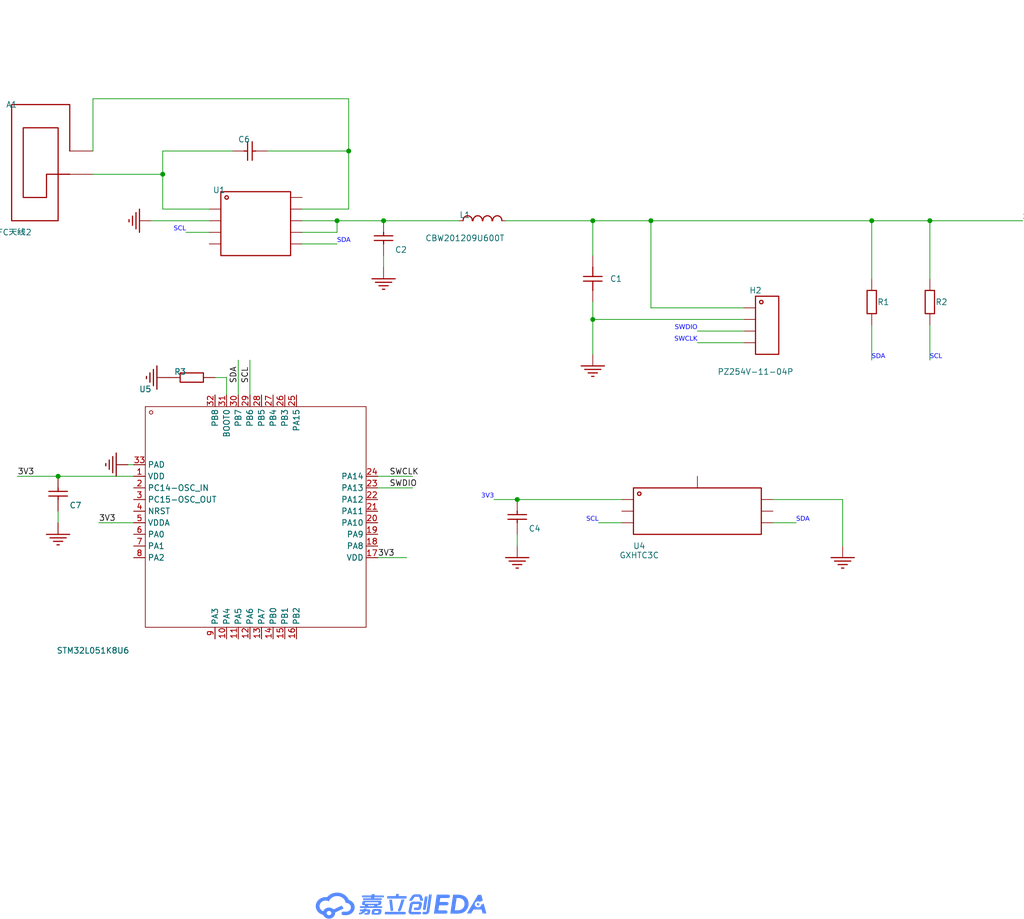
<source format=kicad_sch>
(kicad_sch (version 20250114) (generator "eeschema") (generator_version "9.0")
  (paper "User" 223.774 200.939)
  (lib_symbols
    (symbol "0805B103K500NT_1"
      (property "Reference" "C" (at 0 0 0))
      (symbol "0805B103K500NT_1_1_0"
        (pin input line (at -3.81 0 0) (length 2.54) (name "") (number ""))
        (pin input line (at 3.81 0 180) (length 2.54) (name "") (number ""))
      )
    )
    (symbol "0805B103K500NT_2"
      (property "Reference" "C" (at 0 0 0))
      (symbol "0805B103K500NT_2_1_0"
        (pin input line (at -3.81 0 0) (length 2.54) (name "") (number ""))
        (pin input line (at 3.81 0 180) (length 2.54) (name "") (number ""))
      )
    )
    (symbol "0805W8F6802T5E_1"
      (property "Reference" "R" (at 0 0 0))
      (symbol "0805W8F6802T5E_1_1_0"
        (pin input line (at -5.08 0 0) (length 2.54) (name "") (number ""))
        (pin input line (at 5.08 0 180) (length 2.54) (name "") (number ""))
      )
    )
    (symbol "0805W8F6802T5E_2"
      (property "Reference" "R" (at 0 0 0))
      (symbol "0805W8F6802T5E_2_1_0"
        (pin input line (at -5.08 0 0) (length 2.54) (name "") (number ""))
        (pin input line (at 5.08 0 180) (length 2.54) (name "") (number ""))
      )
    )
    (symbol "Ground-GND_1" (power) (pin_numbers (hide yes)) (pin_names (hide yes))
      (symbol "Ground-GND_1_1_0"
        (pin power_in line (at 0 0 270) (length 2.54) (name "") (number ""))
      )
    )
    (symbol "Ground-GND_2" (power) (pin_numbers (hide yes)) (pin_names (hide yes))
      (symbol "Ground-GND_2_1_0"
        (pin power_in line (at 0 0 270) (length 2.54) (name "") (number ""))
      )
    )
    (symbol "Ground-GND_3" (power) (pin_numbers (hide yes)) (pin_names (hide yes))
      (symbol "Ground-GND_3_1_0"
        (pin power_in line (at 0 0 270) (length 2.54) (name "") (number ""))
      )
    )
    (symbol "Ground-GND_4" (power) (pin_numbers (hide yes)) (pin_names (hide yes))
      (symbol "Ground-GND_4_1_0"
        (pin power_in line (at 0 0 270) (length 2.54) (name "") (number ""))
      )
    )
    (symbol "Ground-GND_5" (power) (pin_numbers (hide yes)) (pin_names (hide yes))
      (symbol "Ground-GND_5_1_0"
        (pin power_in line (at 0 0 270) (length 2.54) (name "") (number ""))
      )
    )
    (symbol "Ground-GND_6" (power) (pin_numbers (hide yes)) (pin_names (hide yes))
      (symbol "Ground-GND_6_1_0"
        (pin power_in line (at 0 0 270) (length 2.54) (name "") (number ""))
      )
    )
    (symbol "ProPrj_FPC-easyedapro:0805B103K500NT"
      (property "Reference" "C" (at 0 0 0))
      (symbol "0805B103K500NT_1_0"
        (pin input line (at -3.81 0 0) (length 2.54) (name "") (number ""))
        (pin input line (at 3.81 0 180) (length 2.54) (name "") (number ""))
      )
    )
    (symbol "ProPrj_FPC-easyedapro:0805B151K500NT"
      (property "Reference" "C" (at 0 0 0))
      (symbol "0805B151K500NT_1_0"
        (pin input line (at -3.81 0 0) (length 2.54) (name "") (number ""))
        (pin input line (at 3.81 0 180) (length 2.54) (name "") (number ""))
      )
    )
    (symbol "ProPrj_FPC-easyedapro:0805W8F6802T5E"
      (property "Reference" "R" (at 0 0 0))
      (symbol "0805W8F6802T5E_1_0"
        (pin input line (at -5.08 0 0) (length 2.54) (name "") (number ""))
        (pin input line (at 5.08 0 180) (length 2.54) (name "") (number ""))
      )
    )
    (symbol "ProPrj_FPC-easyedapro:CBW201209U600T"
      (property "Reference" "L" (at 0 0 0))
      (symbol "CBW201209U600T_1_0"
        (pin unspecified line (at -5.08 0 0) (length 0.762) (name "") (number ""))
        (pin unspecified line (at 5.08 0 180) (length 0.762) (name "") (number ""))
      )
    )
    (symbol "ProPrj_FPC-easyedapro:CL21A106KAYNNNE"
      (property "Reference" "C" (at 0 0 0))
      (symbol "CL21A106KAYNNNE_1_0"
        (pin unspecified line (at -5.08 0 0) (length 2.54) (name "") (number ""))
        (pin unspecified line (at 5.08 0 180) (length 2.54) (name "") (number ""))
      )
    )
    (symbol "ProPrj_FPC-easyedapro:Drawing-Symbol_A4")
    (symbol "ProPrj_FPC-easyedapro:GXHTC3C"
      (property "Reference" "U" (at 0 0 0))
      (symbol "GXHTC3C_1_0"
        (pin unspecified line (at -16.51 2.54 0) (length 2.54) (name "") (number ""))
        (pin unspecified line (at -16.51 0 0) (length 2.54) (name "") (number ""))
        (pin unspecified line (at -16.51 -2.54 0) (length 2.54) (name "") (number ""))
        (pin unspecified line (at 0 7.62 270) (length 2.54) (name "") (number ""))
        (pin unspecified line (at 16.51 2.54 180) (length 2.54) (name "") (number ""))
        (pin unspecified line (at 16.51 0 180) (length 2.54) (name "") (number ""))
        (pin unspecified line (at 16.51 -2.54 180) (length 2.54) (name "") (number ""))
      )
    )
    (symbol "ProPrj_FPC-easyedapro:Ground-GND" (power) (pin_numbers (hide yes)) (pin_names (hide yes))
      (symbol "Ground-GND_1_0"
        (pin power_in line (at 0 0 270) (length 2.54) (name "") (number "1"))
      )
    )
    (symbol "ProPrj_FPC-easyedapro:NFC天线2"
      (symbol "NFC天线2_1_0"
        (pin input line (at -2.54 -10.16 90) (length 5.08) (name "") (number ""))
        (pin input line (at 2.54 -10.16 90) (length 5.08) (name "") (number ""))
      )
    )
    (symbol "ProPrj_FPC-easyedapro:NT3H2111W0FHKH"
      (property "Reference" "U" (at 0 0 0))
      (symbol "NT3H2111W0FHKH_1_0"
        (pin input line (at -10.16 3.81 0) (length 2.54) (name "") (number ""))
        (pin input line (at -10.16 1.27 0) (length 2.54) (name "") (number ""))
        (pin input line (at -10.16 -1.27 0) (length 2.54) (name "") (number ""))
        (pin input line (at -10.16 -3.81 0) (length 2.54) (name "") (number ""))
        (pin input line (at 10.16 6.35 180) (length 2.54) (name "") (number ""))
        (pin input line (at 10.16 3.81 180) (length 2.54) (name "") (number ""))
        (pin input line (at 10.16 1.27 180) (length 2.54) (name "") (number ""))
        (pin input line (at 10.16 -1.27 180) (length 2.54) (name "") (number ""))
        (pin input line (at 10.16 -3.81 180) (length 2.54) (name "") (number ""))
      )
    )
    (symbol "ProPrj_FPC-easyedapro:PZ254V-11-04P_C2691448"
      (property "Reference" "H" (at 0 0 0))
      (symbol "PZ254V-11-04P_C2691448_1_0"
        (pin unspecified line (at -5.08 3.81 0) (length 2.54) (name "") (number ""))
        (pin unspecified line (at -5.08 1.27 0) (length 2.54) (name "") (number ""))
        (pin unspecified line (at -5.08 -1.27 0) (length 2.54) (name "") (number ""))
        (pin unspecified line (at -5.08 -3.81 0) (length 2.54) (name "") (number ""))
      )
    )
    (symbol "ProPrj_FPC-easyedapro:STM32L051K8U6"
      (property "Reference" "U" (at 0 0 0))
      (symbol "STM32L051K8U6_1_0"
        (pin unspecified line (at -26.67 11.43 0) (length 2.54) (name "PAD") (number "33"))
        (pin unspecified line (at -26.67 8.89 0) (length 2.54) (name "VDD") (number "1"))
        (pin unspecified line (at -26.67 6.35 0) (length 2.54) (name "PC14-OSC_IN") (number "2"))
        (pin unspecified line (at -26.67 3.81 0) (length 2.54) (name "PC15-OSC_OUT") (number "3"))
        (pin unspecified line (at -26.67 1.27 0) (length 2.54) (name "NRST") (number "4"))
        (pin unspecified line (at -26.67 -1.27 0) (length 2.54) (name "VDDA") (number "5"))
        (pin unspecified line (at -26.67 -3.81 0) (length 2.54) (name "PA0") (number "6"))
        (pin unspecified line (at -26.67 -6.35 0) (length 2.54) (name "PA1") (number "7"))
        (pin unspecified line (at -26.67 -8.89 0) (length 2.54) (name "PA2") (number "8"))
        (pin unspecified line (at -8.89 26.67 270) (length 2.54) (name "PB8") (number "32"))
        (pin unspecified line (at -8.89 -26.67 90) (length 2.54) (name "PA3") (number "9"))
        (pin unspecified line (at -6.35 26.67 270) (length 2.54) (name "BOOT0") (number "31"))
        (pin unspecified line (at -6.35 -26.67 90) (length 2.54) (name "PA4") (number "10"))
        (pin unspecified line (at -3.81 26.67 270) (length 2.54) (name "PB7") (number "30"))
        (pin unspecified line (at -3.81 -26.67 90) (length 2.54) (name "PA5") (number "11"))
        (pin unspecified line (at -1.27 26.67 270) (length 2.54) (name "PB6") (number "29"))
        (pin unspecified line (at -1.27 -26.67 90) (length 2.54) (name "PA6") (number "12"))
        (pin unspecified line (at 1.27 26.67 270) (length 2.54) (name "PB5") (number "28"))
        (pin unspecified line (at 1.27 -26.67 90) (length 2.54) (name "PA7") (number "13"))
        (pin unspecified line (at 3.81 26.67 270) (length 2.54) (name "PB4") (number "27"))
        (pin unspecified line (at 3.81 -26.67 90) (length 2.54) (name "PB0") (number "14"))
        (pin unspecified line (at 6.35 26.67 270) (length 2.54) (name "PB3") (number "26"))
        (pin unspecified line (at 6.35 -26.67 90) (length 2.54) (name "PB1") (number "15"))
        (pin unspecified line (at 8.89 26.67 270) (length 2.54) (name "PA15") (number "25"))
        (pin unspecified line (at 8.89 -26.67 90) (length 2.54) (name "PB2") (number "16"))
        (pin unspecified line (at 26.67 8.89 180) (length 2.54) (name "PA14") (number "24"))
        (pin unspecified line (at 26.67 6.35 180) (length 2.54) (name "PA13") (number "23"))
        (pin unspecified line (at 26.67 3.81 180) (length 2.54) (name "PA12") (number "22"))
        (pin unspecified line (at 26.67 1.27 180) (length 2.54) (name "PA11") (number "21"))
        (pin unspecified line (at 26.67 -1.27 180) (length 2.54) (name "PA10") (number "20"))
        (pin unspecified line (at 26.67 -3.81 180) (length 2.54) (name "PA9") (number "19"))
        (pin unspecified line (at 26.67 -6.35 180) (length 2.54) (name "PA8") (number "18"))
        (pin unspecified line (at 26.67 -8.89 180) (length 2.54) (name "VDD") (number "17"))
      )
    )
  )
  (junction (at 35.56 38.1))
  (junction (at 73.66 48.26))
  (junction (at 83.82 48.26))
  (junction (at 129.54 48.26))
  (junction (at 76.2 33.02))
  (junction (at 190.5 48.26))
  (junction (at 203.2 48.26))
  (junction (at 12.7 104.14))
  (junction (at 113.03 109.22))
  (junction (at 142.24 48.26))
  (junction (at 129.54 69.85))
  (wire (pts (xy 162.56 69.85) (xy 129.54 69.85)))
  (wire (pts (xy 184.15 119.38) (xy 184.15 109.22)))
  (wire (pts (xy 50.8 33.02) (xy 35.56 33.02)))
  (wire (pts (xy 21.59 114.3) (xy 29.21 114.3)))
  (wire (pts (xy 82.55 121.92) (xy 88.9 121.92)))
  (wire (pts (xy 52.07 86.36) (xy 52.07 78.74)))
  (wire (pts (xy 35.56 45.72) (xy 35.56 38.1)))
  (wire (pts (xy 76.2 21.59) (xy 20.32 21.59)))
  (wire (pts (xy 76.2 33.02) (xy 76.2 45.72)))
  (wire (pts (xy 76.2 33.02) (xy 76.2 21.59)))
  (wire (pts (xy 190.5 48.26) (xy 203.2 48.26)))
  (wire (pts (xy 76.2 45.72) (xy 66.04 45.72)))
  (wire (pts (xy 20.32 38.1) (xy 35.56 38.1)))
  (wire (pts (xy 54.61 86.36) (xy 54.61 78.74)))
  (wire (pts (xy 66.04 48.26) (xy 73.66 48.26)))
  (wire (pts (xy 83.82 55.88) (xy 83.82 58.42)))
  (wire (pts (xy 129.54 48.26) (xy 129.54 55.88)))
  (wire (pts (xy 110.49 48.26) (xy 129.54 48.26)))
  (wire (pts (xy 49.53 86.36) (xy 49.53 82.55)))
  (wire (pts (xy 90.17 106.68) (xy 82.55 106.68)))
  (wire (pts (xy 142.24 48.26) (xy 142.24 67.31)))
  (wire (pts (xy 49.53 82.55) (xy 46.99 82.55)))
  (wire (pts (xy 40.64 50.8) (xy 45.72 50.8)))
  (wire (pts (xy 113.03 119.38) (xy 113.03 116.84)))
  (wire (pts (xy 129.54 69.85) (xy 129.54 66.04)))
  (wire (pts (xy 45.72 45.72) (xy 35.56 45.72)))
  (wire (pts (xy 203.2 71.12) (xy 203.2 78.74)))
  (wire (pts (xy 12.7 104.14) (xy 29.21 104.14)))
  (wire (pts (xy 162.56 72.39) (xy 152.4 72.39)))
  (wire (pts (xy 45.72 48.26) (xy 33.02 48.26)))
  (wire (pts (xy 162.56 74.93) (xy 152.4 74.93)))
  (wire (pts (xy 66.04 50.8) (xy 73.66 50.8)))
  (wire (pts (xy 83.82 48.26) (xy 100.33 48.26)))
  (wire (pts (xy 190.5 60.96) (xy 190.5 48.26)))
  (wire (pts (xy 173.99 114.3) (xy 168.91 114.3)))
  (wire (pts (xy 90.17 104.14) (xy 82.55 104.14)))
  (wire (pts (xy 130.81 114.3) (xy 135.89 114.3)))
  (wire (pts (xy 142.24 48.26) (xy 190.5 48.26)))
  (wire (pts (xy 184.15 109.22) (xy 168.91 109.22)))
  (wire (pts (xy 76.2 33.02) (xy 58.42 33.02)))
  (wire (pts (xy 203.2 60.96) (xy 203.2 48.26)))
  (wire (pts (xy 35.56 33.02) (xy 35.56 38.1)))
  (wire (pts (xy 20.32 21.59) (xy 20.32 33.02)))
  (wire (pts (xy 73.66 53.34) (xy 66.04 53.34)))
  (wire (pts (xy 190.5 78.74) (xy 190.5 71.12)))
  (wire (pts (xy 142.24 48.26) (xy 129.54 48.26)))
  (wire (pts (xy 129.54 69.85) (xy 129.54 77.47)))
  (wire (pts (xy 162.56 67.31) (xy 142.24 67.31)))
  (wire (pts (xy 29.21 101.6) (xy 27.94 101.6)))
  (wire (pts (xy 73.66 50.8) (xy 73.66 48.26)))
  (wire (pts (xy 135.89 109.22) (xy 113.03 109.22)))
  (wire (pts (xy 223.52 48.26) (xy 203.2 48.26)))
  (wire (pts (xy 73.66 48.26) (xy 83.82 48.26)))
  (wire (pts (xy 12.7 104.14) (xy 3.81 104.14)))
  (wire (pts (xy 113.03 109.22) (xy 107.95 109.22)))
  (wire (pts (xy 12.7 114.3) (xy 12.7 111.76)))
  (label "SWDIO" (at 152.4 72.39 180) (effects (font (size 1.016 1.016))))
  (label "SWCLK" (at 85.09 104.14 0))
  (label "3V3" (at 21.59 114.3 0))
  (label "SDA" (at 190.5 78.74 0) (effects (font (size 1.016 1.016))))
  (label "SCL" (at 40.64 50.8 180) (effects (font (size 1.016 1.016))))
  (label "SDA" (at 73.66 53.34 0) (effects (font (size 1.016 1.016))))
  (label "SCL" (at 54.61 83.82 90))
  (label "3V3" (at 3.81 104.14 0))
  (label "SDA" (at 52.07 83.82 90))
  (label "SCL" (at 203.2 78.74 0) (effects (font (size 1.016 1.016))))
  (label "SDA" (at 173.99 114.3 0) (effects (font (size 1.016 1.016))))
  (label "3V3" (at 107.95 109.22 180) (effects (font (size 1.016 1.016))))
  (label "SWCLK" (at 152.4 74.93 180) (effects (font (size 1.016 1.016))))
  (label "3V3" (at 223.52 48.26 0) (effects (font (size 1.016 1.016))))
  (label "SCL" (at 130.81 114.3 180) (effects (font (size 1.016 1.016))))
  (label "3V3" (at 82.55 121.92 0))
  (label "SWDIO" (at 85.09 106.68 0))
  (symbol (lib_id "ProPrj_FPC-easyedapro:NFC天线2") (at 10.16 35.56 90) (unit 1)
    (property "Reference" "A1" (at 2.54 22.86 90))
    (property "Value" "NFC天线2" (at 2.54 50.8 90))
    (property "Footprint" "ProPrj_FPC-easyedapro:NFC天线" (effects (hide yes)))
    (property "Supplier" "Z" (effects (hide yes)))
  )
  (symbol (lib_name "0805W8F6802T5E_2") (lib_id "ProPrj_FPC-easyedapro:0805W8F6802T5E") (at 203.2 66.04 90) (unit 1)
    (property "Reference" "R2" (at 205.74 66.04 90))
    (property "Value" "68kΩ" (effects (hide yes)))
    (property "Footprint" "ProPrj_FPC-easyedapro:R0805" (effects (hide yes)))
    (property "Datasheet" "https://atta.szlcsc.com/upload/public/pdf/source/20200306/C422600_1E6D84923E4A46A82E41ADD87F860B5C.pdf" (effects (hide yes)))
    (property "Manufacturer Part" "0805W8F6802T5E" (effects (hide yes)))
    (property "Manufacturer" "UNI-ROYAL(厚声)" (effects (hide yes)))
    (property "Supplier Part" "C17801" (effects (hide yes)))
    (property "Supplier" "LCSC" (effects (hide yes)))
    (property "LCSC Part Name" "68kΩ ±1% 125mW 厚膜电阻" (effects (hide yes)))
  )
  (symbol (lib_id "ProPrj_FPC-easyedapro:GXHTC3C") (at 152.4 111.76 0) (unit 1)
    (property "Reference" "U4" (at 139.7 119.38 0))
    (property "Value" "GXHTC3C" (at 139.7 121.412 0))
    (property "Footprint" "ProPrj_FPC-easyedapro:DFN-6_L2.0-W2.0-P0.50-TL-EP" (effects (hide yes)))
    (property "Datasheet" "https://atta.szlcsc.com/upload/public/pdf/source/20211119/1D8DA0772E92CD76A73A7176626FD47D.pdf" (effects (hide yes)))
    (property "Manufacturer Part" "GXHTC3C" (effects (hide yes)))
    (property "Manufacturer" "GXCAS(中科银河芯)" (effects (hide yes)))
    (property "Supplier Part" "C2913568" (effects (hide yes)))
    (property "Supplier" "LCSC" (effects (hide yes)))
    (property "LCSC Part Name" "GXHTC3C" (effects (hide yes)))
  )
  (symbol (lib_id "ProPrj_FPC-easyedapro:Ground-GND") (at 27.94 101.6 270) (unit 1)
    (property "Reference" "#PWR?" (effects (hide yes)))
    (property "Footprint" "ProPrj_FPC-easyedapro:" (effects (hide yes)))
  )
  (symbol (lib_name "Ground-GND_1") (lib_id "ProPrj_FPC-easyedapro:Ground-GND") (at 12.7 114.3 0) (unit 1)
    (property "Reference" "#PWR?" (effects (hide yes)))
    (property "Footprint" "ProPrj_FPC-easyedapro:" (effects (hide yes)))
  )
  (symbol (lib_id "ProPrj_FPC-easyedapro:Ground-GND") (at 36.83 82.55 270) (unit 1)
    (property "Reference" "#PWR?" (effects (hide yes)))
    (property "Footprint" "ProPrj_FPC-easyedapro:" (effects (hide yes)))
  )
  (symbol (lib_name "Ground-GND_5") (lib_id "ProPrj_FPC-easyedapro:Ground-GND") (at 113.03 119.38 0) (unit 1)
    (property "Reference" "#PWR?" (effects (hide yes)))
    (property "Footprint" "ProPrj_FPC-easyedapro:" (effects (hide yes)))
  )
  (symbol (lib_name "Ground-GND_2") (lib_id "ProPrj_FPC-easyedapro:Ground-GND") (at 33.02 48.26 270) (unit 1)
    (property "Reference" "#PWR?" (effects (hide yes)))
    (property "Footprint" "ProPrj_FPC-easyedapro:" (effects (hide yes)))
  )
  (symbol (lib_id "ProPrj_FPC-easyedapro:CL21A106KAYNNNE") (at 129.54 60.96 90) (unit 1)
    (property "Reference" "C1" (at 134.62 60.96 90))
    (property "Value" "10uF" (effects (hide yes)))
    (property "Footprint" "ProPrj_FPC-easyedapro:C0805" (effects (hide yes)))
    (property "Datasheet" "https://atta.szlcsc.com/upload/public/pdf/source/20160218/1457707763339.pdf" (effects (hide yes)))
    (property "Manufacturer Part" "CL21A106KAYNNNE" (effects (hide yes)))
    (property "Manufacturer" "SAMSUNG(三星)" (effects (hide yes)))
    (property "Supplier Part" "C15850" (effects (hide yes)))
    (property "Supplier" "LCSC" (effects (hide yes)))
    (property "LCSC Part Name" "10uF ±10% 25V" (effects (hide yes)))
  )
  (symbol (lib_name "Ground-GND_4") (lib_id "ProPrj_FPC-easyedapro:Ground-GND") (at 184.15 119.38 0) (unit 1)
    (property "Reference" "#PWR?" (effects (hide yes)))
    (property "Footprint" "ProPrj_FPC-easyedapro:" (effects (hide yes)))
  )
  (symbol (lib_name "0805W8F6802T5E_1") (lib_id "ProPrj_FPC-easyedapro:0805W8F6802T5E") (at 41.91 82.55 180) (unit 1)
    (property "Reference" "R3" (at 39.37 81.28 0))
    (property "Value" "68kΩ" (effects (hide yes)))
    (property "Footprint" "ProPrj_FPC-easyedapro:R0805" (effects (hide yes)))
    (property "Datasheet" "https://atta.szlcsc.com/upload/public/pdf/source/20200306/C422600_1E6D84923E4A46A82E41ADD87F860B5C.pdf" (effects (hide yes)))
    (property "Manufacturer Part" "0805W8F6802T5E" (effects (hide yes)))
    (property "Manufacturer" "UNI-ROYAL(厚声)" (effects (hide yes)))
    (property "Supplier Part" "C17801" (effects (hide yes)))
    (property "Supplier" "LCSC" (effects (hide yes)))
    (property "LCSC Part Name" "68kΩ ±1% 125mW 厚膜电阻" (effects (hide yes)))
  )
  (symbol (lib_id "ProPrj_FPC-easyedapro:CBW201209U600T") (at 105.41 48.26 0) (mirror y) (unit 1)
    (property "Reference" "L1" (at 101.6 46.99 0))
    (property "Value" "CBW201209U600T" (at 101.6 52.07 0))
    (property "Footprint" "ProPrj_FPC-easyedapro:L0805" (effects (hide yes)))
    (property "Datasheet" "https://atta.szlcsc.com/upload/public/pdf/source/20180917/C294510_876BBCD5BD7C9EF2E8468360D8BC49D0.pdf" (effects (hide yes)))
    (property "Manufacturer Part" "CBW201209U600T" (effects (hide yes)))
    (property "Manufacturer" "FH(风华)" (effects (hide yes)))
    (property "Supplier Part" "C139192" (effects (hide yes)))
    (property "Supplier" "LCSC" (effects (hide yes)))
    (property "LCSC Part Name" "单路 0805磁珠 阻抗60Ω@100MHz" (effects (hide yes)))
  )
  (symbol (lib_id "ProPrj_FPC-easyedapro:Drawing-Symbol_A4") (at -55.88 205.74 0) (unit 1)
    (property "Reference" "?" (at -55.88 205.74 0))
    (property "Footprint" "ProPrj_FPC-easyedapro:" (effects (hide yes)))
    (property "@Board Name" "Board1" (at -55.88 205.74 0))
    (property "@Create Date" "2025-11-20" (at -55.88 205.74 0))
    (property "@Create Time" "21:30:34" (at -55.88 205.74 0))
    (property "@Page Count" "1" (at -55.88 205.74 0))
    (property "@Page Name" "P1" (at -55.88 205.74 0))
    (property "@Page No" "1" (at -55.88 205.74 0))
    (property "@Project Name" "FPC-NFC无源传感0.5" (at -55.88 205.74 0))
    (property "@Schematic Name" "Schematic1" (at -55.88 205.74 0))
    (property "@Update Date" "2025-11-20" (at -55.88 205.74 0))
    (property "@Update Time" "21:32:17" (at -55.88 205.74 0))
    (property "Blade Width" "10" (at -55.88 205.74 0))
    (property "Border" "1" (at -55.88 205.74 0))
    (property "Company" "嘉立创EDA" (at -55.88 205.74 0))
    (property "Height" "825" (at -55.88 205.74 0))
    (property "Page Size" "A4" (at -55.88 205.74 0))
    (property "Region Start" "1" (at -55.88 205.74 0))
    (property "Size" "A4" (at -55.88 205.74 0))
    (property "Title Block" "1" (at -55.88 205.74 0))
    (property "Title Block Position" "3" (at -55.88 205.74 0))
    (property "Version" "V1.0" (at -55.88 205.74 0))
    (property "Width" "1170" (at -55.88 205.74 0))
    (property "X Region Count" "6" (at -55.88 205.74 0))
    (property "Y Region Count" "4" (at -55.88 205.74 0))
  )
  (symbol (lib_name "Ground-GND_3") (lib_id "ProPrj_FPC-easyedapro:Ground-GND") (at 83.82 58.42 0) (unit 1)
    (property "Reference" "#PWR?" (effects (hide yes)))
    (property "Footprint" "ProPrj_FPC-easyedapro:" (effects (hide yes)))
  )
  (symbol (lib_id "ProPrj_FPC-easyedapro:0805W8F6802T5E") (at 190.5 66.04 90) (unit 1)
    (property "Reference" "R1" (at 193.04 66.04 90))
    (property "Value" "68kΩ" (effects (hide yes)))
    (property "Footprint" "ProPrj_FPC-easyedapro:R0805" (effects (hide yes)))
    (property "Datasheet" "https://atta.szlcsc.com/upload/public/pdf/source/20200306/C422600_1E6D84923E4A46A82E41ADD87F860B5C.pdf" (effects (hide yes)))
    (property "Manufacturer Part" "0805W8F6802T5E" (effects (hide yes)))
    (property "Manufacturer" "UNI-ROYAL(厚声)" (effects (hide yes)))
    (property "Supplier Part" "C17801" (effects (hide yes)))
    (property "Supplier" "LCSC" (effects (hide yes)))
    (property "LCSC Part Name" "68kΩ ±1% 125mW 厚膜电阻" (effects (hide yes)))
  )
  (symbol (lib_id "ProPrj_FPC-easyedapro:STM32L051K8U6") (at 55.88 113.03 0) (unit 1)
    (property "Reference" "U5" (at 31.75 85.09 0))
    (property "Value" "STM32L051K8U6" (at 20.32 142.24 0))
    (property "Footprint" "ProPrj_FPC-easyedapro:UFQFPN-32_L5.0-W5.0-P0.50-BL-EP" (effects (hide yes)))
    (property "Datasheet" "https://item.szlcsc.com/datasheet/STM32L051K8U6/95970.html" (effects (hide yes)))
    (property "Description" "CPU内核:ARM-M系列;CPU最大主频:32MHz;应用领域:-;" (effects (hide yes)))
    (property "Manufacturer Part" "STM32L051K8U6" (effects (hide yes)))
    (property "Manufacturer" "ST(意法半导体)" (effects (hide yes)))
    (property "Supplier Part" "C94770" (effects (hide yes)))
    (property "Supplier" "LCSC" (effects (hide yes)))
    (property "LCSC Part Name" "基于 ARM Cortex-M0+ 的超低功耗 32 位 MCU，高达 64 KB Flash、8 KB SRAM、2 KB EEPROM、ADC" (effects (hide yes)))
  )
  (symbol (lib_id "ProPrj_FPC-easyedapro:0805B151K500NT") (at 54.61 33.02 180) (unit 1)
    (property "Reference" "C6" (at 53.34 30.48 0))
    (property "Value" "150pF" (effects (hide yes)))
    (property "Footprint" "ProPrj_FPC-easyedapro:C0805" (effects (hide yes)))
    (property "Datasheet" "https://atta.szlcsc.com/upload/public/pdf/source/20200305/C486355_26A10D38EF8C2A5C37091D0039909270.pdf" (effects (hide yes)))
    (property "Manufacturer Part" "0805B151K500NT" (effects (hide yes)))
    (property "Manufacturer" "FH(风华)" (effects (hide yes)))
    (property "Supplier Part" "C1716" (effects (hide yes)))
    (property "Supplier" "LCSC" (effects (hide yes)))
    (property "LCSC Part Name" "150pF ±10% 50V" (effects (hide yes)))
  )
  (symbol (lib_id "ProPrj_FPC-easyedapro:PZ254V-11-04P_C2691448") (at 167.64 71.12 0) (unit 1)
    (property "Reference" "H2" (at 165.1 63.5 0))
    (property "Value" "PZ254V-11-04P" (at 165.1 81.28 0))
    (property "Footprint" "ProPrj_FPC-easyedapro:HDR-TH_4P-P2.54-V-M" (effects (hide yes)))
    (property "Datasheet" "https://atta.szlcsc.com/upload/public/pdf/source/20200309/C492403_F9F19131791D08044AD4F84F8E751A34.pdf" (effects (hide yes)))
    (property "Manufacturer Part" "PZ254V-11-04P" (effects (hide yes)))
    (property "Manufacturer" "XFCN(兴飞)" (effects (hide yes)))
    (property "Supplier Part" "C2691448" (effects (hide yes)))
    (property "Supplier" "LCSC" (effects (hide yes)))
    (property "LCSC Part Name" "间距:2.54mm 1x4P 直插 方针" (effects (hide yes)))
  )
  (symbol (lib_name "0805B103K500NT_1") (lib_id "ProPrj_FPC-easyedapro:0805B103K500NT") (at 83.82 52.07 90) (unit 1)
    (property "Reference" "C2" (at 87.63 54.61 90))
    (property "Value" "10nF" (effects (hide yes)))
    (property "Footprint" "ProPrj_FPC-easyedapro:C0805" (effects (hide yes)))
    (property "Datasheet" "https://atta.szlcsc.com/upload/public/pdf/source/20200305/C486355_26A10D38EF8C2A5C37091D0039909270.pdf" (effects (hide yes)))
    (property "Manufacturer Part" "0805B103K500NT" (effects (hide yes)))
    (property "Manufacturer" "FH(风华)" (effects (hide yes)))
    (property "Supplier Part" "C52278" (effects (hide yes)))
    (property "Supplier" "LCSC" (effects (hide yes)))
    (property "LCSC Part Name" "10nF ±10% 50V" (effects (hide yes)))
  )
  (symbol (lib_id "ProPrj_FPC-easyedapro:NT3H2111W0FHKH") (at 55.88 49.53 0) (unit 1)
    (property "Reference" "U1" (at 47.879 41.5544 0))
    (property "Value" "13.56MHz" (effects (hide yes)))
    (property "Footprint" "ProPrj_FPC-easyedapro:XQFN-8_L1.6-W1.6-P0.50-BL" (effects (hide yes)))
    (property "Datasheet" "https://atta.szlcsc.com/upload/public/pdf/source/20231222/0CA007C5B9F698A9424BFDC383BAA79D.pdf" (effects (hide yes)))
    (property "Manufacturer Part" "NT3H2111W0FHKH" (effects (hide yes)))
    (property "Manufacturer" "NXP(恩智浦)" (effects (hide yes)))
    (property "Supplier Part" "C710403" (effects (hide yes)))
    (property "Supplier" "LCSC" (effects (hide yes)))
    (property "LCSC Part Name" "NT3H2111W0FHKH" (effects (hide yes)))
  )
  (symbol (lib_name "0805B103K500NT_2") (lib_id "ProPrj_FPC-easyedapro:0805B103K500NT") (at 113.03 113.03 90) (unit 1)
    (property "Reference" "C4" (at 116.84 115.57 90))
    (property "Value" "10nF" (effects (hide yes)))
    (property "Footprint" "ProPrj_FPC-easyedapro:C0805" (effects (hide yes)))
    (property "Datasheet" "https://atta.szlcsc.com/upload/public/pdf/source/20200305/C486355_26A10D38EF8C2A5C37091D0039909270.pdf" (effects (hide yes)))
    (property "Manufacturer Part" "0805B103K500NT" (effects (hide yes)))
    (property "Manufacturer" "FH(风华)" (effects (hide yes)))
    (property "Supplier Part" "C52278" (effects (hide yes)))
    (property "Supplier" "LCSC" (effects (hide yes)))
    (property "LCSC Part Name" "10nF ±10% 50V" (effects (hide yes)))
  )
  (symbol (lib_id "ProPrj_FPC-easyedapro:0805B103K500NT") (at 12.7 107.95 90) (unit 1)
    (property "Reference" "C7" (at 16.51 110.49 90))
    (property "Value" "10nF" (effects (hide yes)))
    (property "Footprint" "ProPrj_FPC-easyedapro:C0805" (effects (hide yes)))
    (property "Datasheet" "https://atta.szlcsc.com/upload/public/pdf/source/20200305/C486355_26A10D38EF8C2A5C37091D0039909270.pdf" (effects (hide yes)))
    (property "Manufacturer Part" "0805B103K500NT" (effects (hide yes)))
    (property "Manufacturer" "FH(风华)" (effects (hide yes)))
    (property "Supplier Part" "C52278" (effects (hide yes)))
    (property "Supplier" "LCSC" (effects (hide yes)))
    (property "LCSC Part Name" "10nF ±10% 50V" (effects (hide yes)))
  )
  (symbol (lib_name "Ground-GND_6") (lib_id "ProPrj_FPC-easyedapro:Ground-GND") (at 129.54 77.47 0) (unit 1)
    (property "Reference" "#PWR?" (effects (hide yes)))
    (property "Footprint" "ProPrj_FPC-easyedapro:" (effects (hide yes)))
  )
)
</source>
